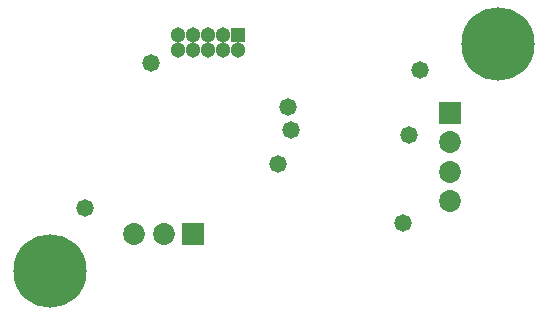
<source format=gbs>
G04*
G04 #@! TF.GenerationSoftware,Altium Limited,Altium Designer,20.2.3 (150)*
G04*
G04 Layer_Color=16711935*
%FSLAX24Y24*%
%MOIN*%
G70*
G04*
G04 #@! TF.SameCoordinates,73A1D647-E0F8-48CE-BBA5-D16C20393ACE*
G04*
G04*
G04 #@! TF.FilePolarity,Negative*
G04*
G01*
G75*
%ADD30R,0.0730X0.0730*%
%ADD31C,0.0730*%
%ADD32C,0.2442*%
%ADD33C,0.0513*%
%ADD34R,0.0513X0.0513*%
%ADD35R,0.0730X0.0730*%
%ADD36C,0.0580*%
D30*
X16395Y17909D02*
D03*
D31*
X15411D02*
D03*
X14427D02*
D03*
X24939Y19008D02*
D03*
Y19992D02*
D03*
Y20976D02*
D03*
D32*
X26550Y24255D02*
D03*
X11611Y16688D02*
D03*
D33*
X15895Y24060D02*
D03*
Y24560D02*
D03*
X16395Y24060D02*
D03*
Y24560D02*
D03*
X16895Y24060D02*
D03*
Y24560D02*
D03*
X17395Y24060D02*
D03*
Y24560D02*
D03*
X17895Y24060D02*
D03*
D34*
Y24560D02*
D03*
D35*
X24939Y21961D02*
D03*
D36*
X19227Y20252D02*
D03*
X23572Y21228D02*
D03*
X19569Y22156D02*
D03*
X19666Y21375D02*
D03*
X14980Y23620D02*
D03*
X23376Y18299D02*
D03*
X23962Y23376D02*
D03*
X12783Y18787D02*
D03*
M02*

</source>
